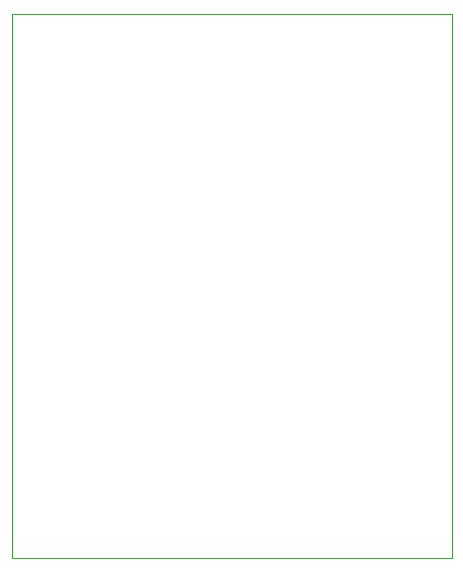
<source format=gm1>
%TF.GenerationSoftware,KiCad,Pcbnew,7.0.2-0*%
%TF.CreationDate,2024-04-25T00:04:59-07:00*%
%TF.ProjectId,LT8490,4c543834-3930-42e6-9b69-6361645f7063,v1.0b*%
%TF.SameCoordinates,Original*%
%TF.FileFunction,Profile,NP*%
%FSLAX46Y46*%
G04 Gerber Fmt 4.6, Leading zero omitted, Abs format (unit mm)*
G04 Created by KiCad (PCBNEW 7.0.2-0) date 2024-04-25 00:04:59*
%MOMM*%
%LPD*%
G01*
G04 APERTURE LIST*
%TA.AperFunction,Profile*%
%ADD10C,0.100000*%
%TD*%
G04 APERTURE END LIST*
D10*
X129250000Y-75750000D02*
X166500000Y-75750000D01*
X166500000Y-121750000D01*
X129250000Y-121750000D01*
X129250000Y-75750000D01*
M02*

</source>
